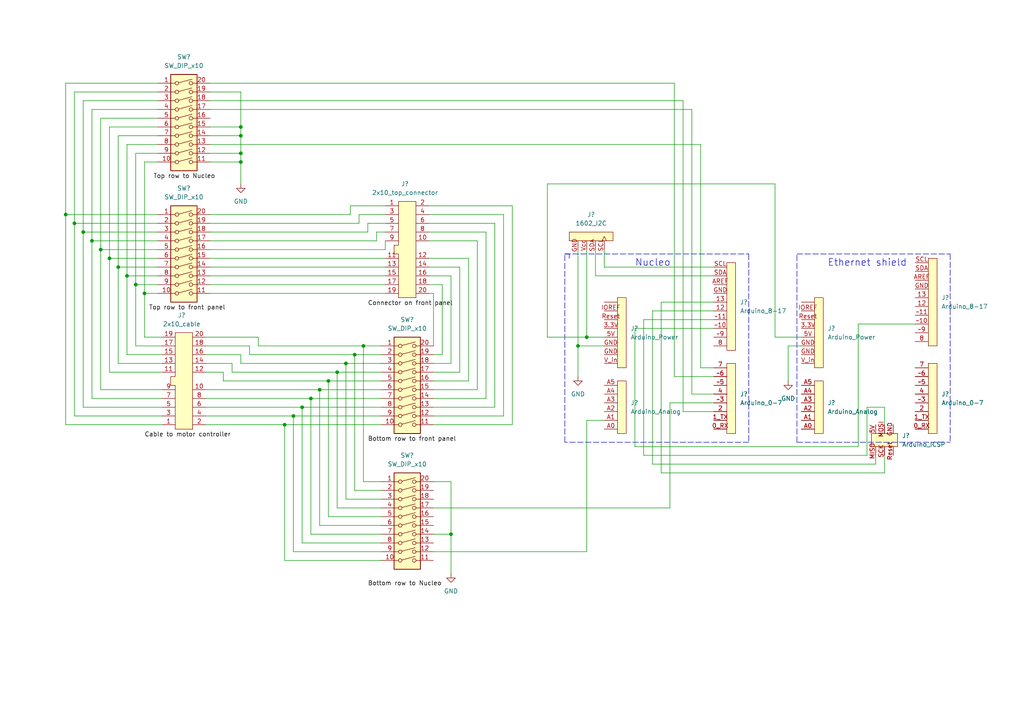
<source format=kicad_sch>
(kicad_sch (version 20211123) (generator eeschema)
  (paper "A4")
  (lib_symbols
    (symbol "Switch:SW_DIP_x10" (pin_names (offset 0) hide)
      (property "Reference" "SW" (at 0 16.51 0))
      (property "Value" "SW_DIP_x10" (at 0 -13.97 0))
      (symbol "SW_DIP_x10_0_0"
        (circle (center -2.032 -10.16) (radius 0.508))
        (circle (center -2.032 -7.62) (radius 0.508))
        (circle (center -2.032 -5.08) (radius 0.508))
        (circle (center -2.032 -2.54) (radius 0.508))
        (circle (center -2.032 0) (radius 0.508))
        (circle (center -2.032 2.54) (radius 0.508))
        (circle (center -2.032 5.08) (radius 0.508))
        (circle (center -2.032 7.62) (radius 0.508))
        (circle (center -2.032 10.16) (radius 0.508))
        (circle (center -2.032 12.7) (radius 0.508))
        (polyline (pts (xy -1.524 -10.0076) (xy 2.3622 -8.9662)))
        (polyline (pts (xy -1.524 -7.4676) (xy 2.3622 -6.4262)))
        (polyline (pts (xy -1.524 -4.9276) (xy 2.3622 -3.8862)))
        (polyline (pts (xy -1.524 -2.3876) (xy 2.3622 -1.3462)))
        (polyline (pts (xy -1.524 0.127) (xy 2.3622 1.1684)))
        (polyline (pts (xy -1.524 2.667) (xy 2.3622 3.7084)))
        (polyline (pts (xy -1.524 5.207) (xy 2.3622 6.2484)))
        (polyline (pts (xy -1.524 7.747) (xy 2.3622 8.7884)))
        (polyline (pts (xy -1.524 10.287) (xy 2.3622 11.3284)))
        (polyline (pts (xy -1.524 12.827) (xy 2.3622 13.8684)))
        (circle (center 2.032 -10.16) (radius 0.508))
        (circle (center 2.032 -7.62) (radius 0.508))
        (circle (center 2.032 -5.08) (radius 0.508))
        (circle (center 2.032 -2.54) (radius 0.508))
        (circle (center 2.032 0) (radius 0.508))
        (circle (center 2.032 2.54) (radius 0.508))
        (circle (center 2.032 5.08) (radius 0.508))
        (circle (center 2.032 7.62) (radius 0.508))
        (circle (center 2.032 10.16) (radius 0.508))
        (circle (center 2.032 12.7) (radius 0.508))
      )
      (symbol "SW_DIP_x10_0_1"
        (rectangle (start -3.81 15.24) (end 3.81 -12.7) (stroke (width 0.254)) (fill (type background)))
      )
      (symbol "SW_DIP_x10_1_1"
        (pin passive line (at -7.62 12.7 0) (length 5.08) (name "~") (number "1"))
        (pin passive line (at -7.62 -10.16 0) (length 5.08) (name "~") (number "10"))
        (pin passive line (at 7.62 -10.16 180) (length 5.08) (name "~") (number "11"))
        (pin passive line (at 7.62 -7.62 180) (length 5.08) (name "~") (number "12"))
        (pin passive line (at 7.62 -5.08 180) (length 5.08) (name "~") (number "13"))
        (pin passive line (at 7.62 -2.54 180) (length 5.08) (name "~") (number "14"))
        (pin passive line (at 7.62 0 180) (length 5.08) (name "~") (number "15"))
        (pin passive line (at 7.62 2.54 180) (length 5.08) (name "~") (number "16"))
        (pin passive line (at 7.62 5.08 180) (length 5.08) (name "~") (number "17"))
        (pin passive line (at 7.62 7.62 180) (length 5.08) (name "~") (number "18"))
        (pin passive line (at 7.62 10.16 180) (length 5.08) (name "~") (number "19"))
        (pin passive line (at -7.62 10.16 0) (length 5.08) (name "~") (number "2"))
        (pin passive line (at 7.62 12.7 180) (length 5.08) (name "~") (number "20"))
        (pin passive line (at -7.62 7.62 0) (length 5.08) (name "~") (number "3"))
        (pin passive line (at -7.62 5.08 0) (length 5.08) (name "~") (number "4"))
        (pin passive line (at -7.62 2.54 0) (length 5.08) (name "~") (number "5"))
        (pin passive line (at -7.62 0 0) (length 5.08) (name "~") (number "6"))
        (pin passive line (at -7.62 -2.54 0) (length 5.08) (name "~") (number "7"))
        (pin passive line (at -7.62 -5.08 0) (length 5.08) (name "~") (number "8"))
        (pin passive line (at -7.62 -7.62 0) (length 5.08) (name "~") (number "9"))
      )
    )
    (symbol "Treadmill:1602_I2C" (pin_names hide)
      (property "Reference" "J" (at 7.62 0 0))
      (property "Value" "1602_I2C" (at 0 2.54 0))
      (symbol "1602_I2C_0_1"
        (rectangle (start -6.35 -1.27) (end 6.35 1.27) (fill (type background)))
      )
      (symbol "1602_I2C_1_1"
        (pin passive line (at -3.81 -3.81 90) (length 2.54) (name "GND") (number "GND"))
        (pin passive clock (at 3.81 -3.81 90) (length 2.54) (name "SCL") (number "SCL"))
        (pin passive line (at 1.27 -3.81 90) (length 2.54) (name "SDA") (number "SDA"))
        (pin power_in line (at -1.27 -3.81 90) (length 2.54) (name "Vcc") (number "Vcc"))
      )
    )
    (symbol "Treadmill:2x10_cable" (pin_names (offset 1.016) hide)
      (property "Reference" "J" (at 0 16.51 0))
      (property "Value" "2x10_cable" (at 0 -16.51 0))
      (symbol "2x10_cable_0_1"
        (polyline (pts (xy -3.81 1.27) (xy -3.81 -1.27) (xy -2.54 -1.27) (xy -2.54 -13.97) (xy 2.54 -13.97) (xy 2.54 13.97) (xy -2.54 13.97) (xy -2.54 1.27) (xy -3.81 1.27)) (fill (type background)))
      )
      (symbol "2x10_cable_1_1"
        (pin passive line (at -6.35 -12.7 0) (length 3.81) (name "Pin_1") (number "1"))
        (pin passive line (at 6.35 -2.54 180) (length 3.81) (name "Pin_10") (number "10"))
        (pin passive line (at -6.35 2.54 0) (length 3.81) (name "Pin_11") (number "11"))
        (pin passive line (at 6.35 2.54 180) (length 3.81) (name "Pin_12") (number "12"))
        (pin passive line (at -6.35 5.08 0) (length 3.81) (name "Pin_13") (number "13"))
        (pin passive line (at 6.35 5.08 180) (length 3.81) (name "Pin_14") (number "14"))
        (pin passive line (at -6.35 7.62 0) (length 3.81) (name "Pin_15") (number "15"))
        (pin passive line (at 6.35 7.62 180) (length 3.81) (name "Pin_16") (number "16"))
        (pin passive line (at -6.35 10.16 0) (length 3.81) (name "Pin_17") (number "17"))
        (pin passive line (at 6.35 10.16 180) (length 3.81) (name "Pin_18") (number "18"))
        (pin passive line (at -6.35 12.7 0) (length 3.81) (name "Pin_19") (number "19"))
        (pin passive line (at 6.35 -12.7 180) (length 3.81) (name "Pin_2") (number "2"))
        (pin passive line (at 6.35 12.7 180) (length 3.81) (name "Pin_20") (number "20"))
        (pin passive line (at -6.35 -10.16 0) (length 3.81) (name "Pin_3") (number "3"))
        (pin passive line (at 6.35 -10.16 180) (length 3.81) (name "Pin_4") (number "4"))
        (pin passive line (at -6.35 -7.62 0) (length 3.81) (name "Pin_5") (number "5"))
        (pin passive line (at 6.35 -7.62 180) (length 3.81) (name "Pin_6") (number "6"))
        (pin passive line (at -6.35 -5.08 0) (length 3.81) (name "Pin_7") (number "7"))
        (pin passive line (at 6.35 -5.08 180) (length 3.81) (name "Pin_8") (number "8"))
        (pin passive line (at -6.35 -2.54 0) (length 3.81) (name "Pin_9") (number "9"))
      )
    )
    (symbol "Treadmill:2x10_top_connector" (pin_names hide)
      (property "Reference" "J" (at 0 15.875 0))
      (property "Value" "2x10_top_connector" (at 0 -16.51 0))
      (symbol "2x10_top_connector_0_1"
        (polyline (pts (xy -3.81 1.27) (xy -3.81 -1.27) (xy -2.54 -1.27) (xy -2.54 -13.97) (xy 2.54 -13.97) (xy 2.54 13.97) (xy -2.54 13.97) (xy -2.54 1.27) (xy -3.81 1.27)) (fill (type background)))
      )
      (symbol "2x10_top_connector_1_1"
        (pin passive line (at -6.35 12.7 0) (length 3.81) (name "Pin_1") (number "1"))
        (pin passive line (at 6.35 2.54 180) (length 3.81) (name "Pin_10") (number "10"))
        (pin passive line (at -6.35 -2.54 0) (length 3.81) (name "Pin_11") (number "11"))
        (pin passive line (at 6.35 -2.54 180) (length 3.81) (name "Pin_12") (number "12"))
        (pin passive line (at -6.35 -5.08 0) (length 3.81) (name "Pin_13") (number "13"))
        (pin passive line (at 6.35 -5.08 180) (length 3.81) (name "Pin_14") (number "14"))
        (pin passive line (at -6.35 -7.62 0) (length 3.81) (name "Pin_15") (number "15"))
        (pin passive line (at 6.35 -7.62 180) (length 3.81) (name "Pin_16") (number "16"))
        (pin passive line (at -6.35 -10.16 0) (length 3.81) (name "Pin_17") (number "17"))
        (pin passive line (at 6.35 -10.16 180) (length 3.81) (name "Pin_18") (number "18"))
        (pin passive line (at -6.35 -12.7 0) (length 3.81) (name "Pin_19") (number "19"))
        (pin passive line (at 6.35 12.7 180) (length 3.81) (name "Pin_2") (number "2"))
        (pin passive line (at 6.35 -12.7 180) (length 3.81) (name "Pin_20") (number "20"))
        (pin passive line (at -6.35 10.16 0) (length 3.81) (name "Pin_3") (number "3"))
        (pin passive line (at 6.35 10.16 180) (length 3.81) (name "Pin_4") (number "4"))
        (pin passive line (at -6.35 7.62 0) (length 3.81) (name "Pin_5") (number "5"))
        (pin passive line (at 6.35 7.62 180) (length 3.81) (name "Pin_6") (number "6"))
        (pin passive line (at -6.35 5.08 0) (length 3.81) (name "Pin_7") (number "7"))
        (pin passive line (at 6.35 5.08 180) (length 3.81) (name "Pin_8") (number "8"))
        (pin passive line (at -6.35 2.54 0) (length 3.81) (name "Pin_9") (number "9"))
      )
    )
    (symbol "Treadmill:Arduino_0-7" (pin_names hide)
      (property "Reference" "J" (at 0 11.43 0))
      (property "Value" "Arduino_0-7" (at 0 -11.43 0))
      (symbol "Arduino_0-7_0_1"
        (rectangle (start -1.27 10.16) (end 1.27 -10.16) (fill (type background)))
      )
      (symbol "Arduino_0-7_1_1"
        (pin passive line (at -5.08 -8.89 0) (length 3.81) (name "Pin_0") (number "0_RX"))
        (pin passive line (at -5.08 -6.35 0) (length 3.81) (name "Pin_1") (number "1_TX"))
        (pin passive line (at -5.08 -3.81 0) (length 3.81) (name "Pin_2") (number "2"))
        (pin passive line (at -5.08 1.27 0) (length 3.81) (name "Pin_4") (number "4"))
        (pin passive line (at -5.08 8.89 0) (length 3.81) (name "Pin_7") (number "7"))
        (pin passive line (at -5.08 -1.27 0) (length 3.81) (name "Pin_3") (number "~3"))
        (pin passive line (at -5.08 3.81 0) (length 3.81) (name "Pin_5") (number "~5"))
        (pin passive line (at -5.08 6.35 0) (length 3.81) (name "Pin_6") (number "~6"))
      )
    )
    (symbol "Treadmill:Arduino_8-17" (pin_names hide)
      (property "Reference" "J" (at 0 13.97 0))
      (property "Value" "Arduino_8-17" (at -1.27 -13.97 0))
      (symbol "Arduino_8-17_0_1"
        (rectangle (start -1.27 12.7) (end 1.27 -12.7) (fill (type background)))
      )
      (symbol "Arduino_8-17_1_1"
        (pin passive line (at -5.08 -1.27 0) (length 3.81) (name "Pin_12") (number "12"))
        (pin passive line (at -5.08 1.27 0) (length 3.81) (name "Pin_13") (number "13"))
        (pin passive line (at -5.08 -11.43 0) (length 3.81) (name "Pin_8") (number "8"))
        (pin passive line (at -5.08 6.35 0) (length 3.81) (name "Pin_15") (number "AREF"))
        (pin passive line (at -5.08 3.81 0) (length 3.81) (name "Pin_14") (number "GND"))
        (pin passive line (at -5.08 11.43 0) (length 3.81) (name "Pin_17") (number "SCL"))
        (pin passive line (at -5.08 8.89 0) (length 3.81) (name "Pin_16") (number "SDA"))
        (pin passive line (at -5.08 -6.35 0) (length 3.81) (name "Pin_10") (number "~10"))
        (pin passive line (at -5.08 -3.81 0) (length 3.81) (name "Pin_11") (number "~11"))
        (pin passive line (at -5.08 -8.89 0) (length 3.81) (name "Pin_9") (number "~9"))
      )
    )
    (symbol "Treadmill:Arduino_Analog" (pin_names hide)
      (property "Reference" "J" (at 0 8.89 0))
      (property "Value" "Arduino_Analog" (at 0 -10.16 0))
      (symbol "Arduino_Analog_0_1"
        (rectangle (start -1.27 7.62) (end 1.27 -7.62) (fill (type background)))
      )
      (symbol "Arduino_Analog_1_1"
        (pin passive line (at -5.08 -6.35 0) (length 3.81) (name "Pin_A0") (number "A0"))
        (pin passive line (at -5.08 -3.81 0) (length 3.81) (name "Pin_A1") (number "A1"))
        (pin passive line (at -5.08 -1.27 0) (length 3.81) (name "Pin_A2") (number "A2"))
        (pin passive line (at -5.08 1.27 0) (length 3.81) (name "Pin_A3") (number "A3"))
        (pin passive line (at -5.08 3.81 0) (length 3.81) (name "Pin_A4") (number "A4"))
        (pin passive line (at -5.08 6.35 0) (length 3.81) (name "Pin_A5") (number "A5"))
      )
    )
    (symbol "Treadmill:Arduino_ICSP" (pin_names hide)
      (property "Reference" "J" (at -5.08 0 0))
      (property "Value" "Arduino_ICSP" (at 5.08 0 90))
      (symbol "Arduino_ICSP_0_1"
        (rectangle (start -3.81 -1.27) (end 3.81 2.54) (fill (type background)))
      )
      (symbol "Arduino_ICSP_1_1"
        (pin power_out line (at -2.54 5.08 270) (length 2.54) (name "5V") (number "5V"))
        (pin passive line (at 2.54 5.08 270) (length 2.54) (name "GND") (number "GND"))
        (pin passive line (at -2.54 -3.81 90) (length 2.54) (name "MISO") (number "MISO"))
        (pin passive line (at 0 5.08 270) (length 2.54) (name "MOSI") (number "MOSI"))
        (pin passive line (at 2.54 -3.81 90) (length 2.54) (name "Reset") (number "Reset"))
        (pin passive line (at 0 -3.81 90) (length 2.54) (name "SCK") (number "SCK"))
      )
    )
    (symbol "Treadmill:Arduino_Power" (pin_names hide)
      (property "Reference" "J" (at 0 11.43 0))
      (property "Value" "Arduino_Power" (at 0 -11.43 0))
      (symbol "Arduino_Power_0_1"
        (rectangle (start -1.27 10.16) (end 1.27 -10.16) (fill (type background)))
      )
      (symbol "Arduino_Power_1_1"
        (pin passive line (at -5.08 8.89 0) (length 3.81) (name "?") (number ""))
        (pin power_out line (at -5.08 1.27 0) (length 3.81) (name "3.3V") (number "3.3V"))
        (pin power_out line (at -5.08 -1.27 0) (length 3.81) (name "5V") (number "5V"))
        (pin passive line (at -5.08 -6.35 0) (length 3.81) (name "GND1") (number "GND"))
        (pin passive line (at -5.08 -3.81 0) (length 3.81) (name "GND2") (number "GND"))
        (pin passive line (at -5.08 6.35 0) (length 3.81) (name "IOREF") (number "IOREF"))
        (pin passive line (at -5.08 3.81 0) (length 3.81) (name "Reset") (number "Reset"))
        (pin power_in line (at -5.08 -8.89 0) (length 3.81) (name "V_in") (number "V_in"))
      )
    )
    (symbol "power:GND" (power) (pin_names (offset 0))
      (property "Value" "GND" (at 0 -3.81 0))
      (symbol "GND_0_1"
        (polyline (pts (xy 0 0) (xy 0 -1.27) (xy 1.27 -1.27) (xy 0 -2.54) (xy -1.27 -1.27) (xy 0 -1.27)))
      )
      (symbol "GND_1_1"
        (pin power_in line (at 0 0 270) (length 0) hide (name "GND") (number "1"))
      )
    )
  )
  (junction (at 31.75 74.93))
  (junction (at 69.85 39.37))
  (junction (at 41.91 85.09))
  (junction (at 29.21 72.39))
  (junction (at 90.17 115.57))
  (junction (at 36.83 80.01))
  (junction (at 87.63 118.11))
  (junction (at 69.85 36.83))
  (junction (at 26.67 69.85))
  (junction (at 92.71 113.03))
  (junction (at 130.81 154.94))
  (junction (at 21.59 64.77))
  (junction (at 102.87 102.87))
  (junction (at 85.09 120.65))
  (junction (at 82.55 123.19))
  (junction (at 39.37 82.55))
  (junction (at 167.64 100.33))
  (junction (at 19.05 62.23))
  (junction (at 34.29 77.47))
  (junction (at 105.41 100.33))
  (junction (at 24.13 67.31))
  (junction (at 95.25 110.49))
  (junction (at 69.85 44.45))
  (junction (at 100.33 105.41))
  (junction (at 170.18 97.79))
  (junction (at 97.79 107.95))
  (junction (at 69.85 46.99))
  (wire (pts (xy 60.96 74.93) (xy 111.76 74.93)))
  (wire (pts (xy 60.96 26.67) (xy 69.85 26.67)))
  (wire (pts (xy 36.83 80.01) (xy 45.72 80.01)))
  (wire (pts (xy 125.73 100.33) (xy 125.73 85.09)))
  (wire (pts (xy 60.96 85.09) (xy 111.76 85.09)))
  (wire (pts (xy 124.46 59.69) (xy 148.59 59.69)))
  (wire (pts (xy 101.6 62.23) (xy 101.6 59.69)))
  (wire (pts (xy 60.96 44.45) (xy 69.85 44.45)))
  (wire (pts (xy 69.85 39.37) (xy 69.85 44.45)))
  (wire (pts (xy 148.59 59.69) (xy 148.59 123.19)))
  (wire (pts (xy 198.12 119.38) (xy 207.01 119.38)))
  (wire (pts (xy 110.49 157.48) (xy 87.63 157.48)))
  (wire (pts (xy 125.73 160.02) (xy 170.18 160.02)))
  (wire (pts (xy 184.15 95.25) (xy 184.15 129.54)))
  (wire (pts (xy 110.49 154.94) (xy 90.17 154.94)))
  (wire (pts (xy 172.72 80.01) (xy 207.01 80.01)))
  (wire (pts (xy 21.59 64.77) (xy 21.59 26.67)))
  (wire (pts (xy 19.05 123.19) (xy 19.05 62.23)))
  (wire (pts (xy 224.79 97.79) (xy 224.79 53.34)))
  (wire (pts (xy 64.77 107.95) (xy 64.77 110.49)))
  (wire (pts (xy 95.25 110.49) (xy 110.49 110.49)))
  (wire (pts (xy 26.67 69.85) (xy 26.67 31.75)))
  (wire (pts (xy 140.97 115.57) (xy 140.97 67.31)))
  (polyline (pts (xy 217.17 73.66) (xy 217.17 128.27)))
  (wire (pts (xy 29.21 113.03) (xy 29.21 72.39)))
  (wire (pts (xy 69.85 36.83) (xy 69.85 39.37)))
  (wire (pts (xy 46.99 100.33) (xy 39.37 100.33)))
  (wire (pts (xy 186.69 132.08) (xy 186.69 92.71)))
  (wire (pts (xy 143.51 118.11) (xy 125.73 118.11)))
  (wire (pts (xy 97.79 147.32) (xy 97.79 107.95)))
  (wire (pts (xy 72.39 100.33) (xy 72.39 102.87)))
  (wire (pts (xy 69.85 26.67) (xy 69.85 36.83)))
  (wire (pts (xy 74.93 97.79) (xy 74.93 100.33)))
  (wire (pts (xy 133.35 77.47) (xy 124.46 77.47)))
  (wire (pts (xy 203.2 41.91) (xy 203.2 106.68)))
  (wire (pts (xy 60.96 72.39) (xy 111.76 72.39)))
  (wire (pts (xy 46.99 118.11) (xy 24.13 118.11)))
  (wire (pts (xy 60.96 80.01) (xy 111.76 80.01)))
  (wire (pts (xy 256.54 118.11) (xy 251.46 118.11)))
  (wire (pts (xy 82.55 162.56) (xy 82.55 123.19)))
  (polyline (pts (xy 275.59 73.66) (xy 275.59 128.27)))
  (wire (pts (xy 148.59 123.19) (xy 125.73 123.19)))
  (wire (pts (xy 203.2 106.68) (xy 207.01 106.68)))
  (wire (pts (xy 109.22 69.85) (xy 109.22 67.31)))
  (wire (pts (xy 39.37 44.45) (xy 45.72 44.45)))
  (wire (pts (xy 59.69 105.41) (xy 67.31 105.41)))
  (wire (pts (xy 92.71 113.03) (xy 110.49 113.03)))
  (wire (pts (xy 46.99 102.87) (xy 36.83 102.87)))
  (wire (pts (xy 29.21 72.39) (xy 29.21 34.29)))
  (polyline (pts (xy 217.17 128.27) (xy 163.83 128.27)))
  (wire (pts (xy 59.69 115.57) (xy 90.17 115.57)))
  (wire (pts (xy 207.01 95.25) (xy 184.15 95.25)))
  (wire (pts (xy 130.81 105.41) (xy 130.81 80.01)))
  (wire (pts (xy 167.64 100.33) (xy 167.64 109.22)))
  (wire (pts (xy 41.91 85.09) (xy 41.91 46.99)))
  (wire (pts (xy 59.69 113.03) (xy 92.71 113.03)))
  (wire (pts (xy 26.67 115.57) (xy 26.67 69.85)))
  (wire (pts (xy 60.96 41.91) (xy 203.2 41.91)))
  (wire (pts (xy 59.69 120.65) (xy 85.09 120.65)))
  (polyline (pts (xy 231.14 73.66) (xy 275.59 73.66)))
  (wire (pts (xy 24.13 67.31) (xy 24.13 29.21)))
  (wire (pts (xy 36.83 41.91) (xy 45.72 41.91)))
  (wire (pts (xy 256.54 132.08) (xy 256.54 137.16)))
  (wire (pts (xy 97.79 107.95) (xy 110.49 107.95)))
  (wire (pts (xy 101.6 59.69) (xy 111.76 59.69)))
  (wire (pts (xy 110.49 162.56) (xy 82.55 162.56)))
  (wire (pts (xy 34.29 105.41) (xy 34.29 77.47)))
  (wire (pts (xy 60.96 39.37) (xy 69.85 39.37)))
  (wire (pts (xy 46.99 107.95) (xy 31.75 107.95)))
  (wire (pts (xy 256.54 137.16) (xy 191.77 137.16)))
  (wire (pts (xy 60.96 29.21) (xy 198.12 29.21)))
  (wire (pts (xy 34.29 77.47) (xy 45.72 77.47)))
  (wire (pts (xy 26.67 69.85) (xy 45.72 69.85)))
  (wire (pts (xy 175.26 77.47) (xy 207.01 77.47)))
  (wire (pts (xy 46.99 105.41) (xy 34.29 105.41)))
  (wire (pts (xy 125.73 147.32) (xy 194.31 147.32)))
  (wire (pts (xy 60.96 62.23) (xy 101.6 62.23)))
  (wire (pts (xy 39.37 82.55) (xy 45.72 82.55)))
  (wire (pts (xy 124.46 64.77) (xy 143.51 64.77)))
  (wire (pts (xy 158.75 53.34) (xy 158.75 97.79)))
  (wire (pts (xy 143.51 64.77) (xy 143.51 118.11)))
  (wire (pts (xy 59.69 97.79) (xy 74.93 97.79)))
  (wire (pts (xy 21.59 64.77) (xy 45.72 64.77)))
  (wire (pts (xy 46.99 123.19) (xy 19.05 123.19)))
  (wire (pts (xy 146.05 62.23) (xy 124.46 62.23)))
  (wire (pts (xy 69.85 102.87) (xy 69.85 105.41)))
  (wire (pts (xy 128.27 82.55) (xy 124.46 82.55)))
  (wire (pts (xy 85.09 120.65) (xy 110.49 120.65)))
  (wire (pts (xy 24.13 67.31) (xy 45.72 67.31)))
  (wire (pts (xy 21.59 26.67) (xy 45.72 26.67)))
  (wire (pts (xy 207.01 116.84) (xy 194.31 116.84)))
  (wire (pts (xy 135.89 110.49) (xy 135.89 74.93)))
  (wire (pts (xy 184.15 129.54) (xy 248.92 129.54)))
  (wire (pts (xy 106.68 64.77) (xy 111.76 64.77)))
  (wire (pts (xy 46.99 97.79) (xy 41.91 97.79)))
  (polyline (pts (xy 163.83 128.27) (xy 163.83 73.66)))
  (wire (pts (xy 191.77 137.16) (xy 191.77 87.63)))
  (polyline (pts (xy 163.83 73.66) (xy 217.17 73.66)))
  (wire (pts (xy 104.14 64.77) (xy 104.14 62.23)))
  (wire (pts (xy 125.73 105.41) (xy 130.81 105.41)))
  (wire (pts (xy 248.92 129.54) (xy 248.92 93.98)))
  (wire (pts (xy 224.79 53.34) (xy 158.75 53.34)))
  (wire (pts (xy 191.77 87.63) (xy 207.01 87.63)))
  (wire (pts (xy 110.49 142.24) (xy 102.87 142.24)))
  (wire (pts (xy 24.13 118.11) (xy 24.13 67.31)))
  (wire (pts (xy 248.92 93.98) (xy 265.43 93.98)))
  (wire (pts (xy 19.05 62.23) (xy 19.05 24.13)))
  (wire (pts (xy 130.81 154.94) (xy 130.81 166.37)))
  (wire (pts (xy 67.31 105.41) (xy 67.31 107.95)))
  (wire (pts (xy 110.49 144.78) (xy 100.33 144.78)))
  (wire (pts (xy 130.81 139.7) (xy 130.81 154.94)))
  (wire (pts (xy 130.81 80.01) (xy 124.46 80.01)))
  (wire (pts (xy 254 132.08) (xy 254 134.62)))
  (wire (pts (xy 29.21 34.29) (xy 45.72 34.29)))
  (wire (pts (xy 59.69 118.11) (xy 87.63 118.11)))
  (wire (pts (xy 100.33 105.41) (xy 110.49 105.41)))
  (wire (pts (xy 125.73 110.49) (xy 135.89 110.49)))
  (wire (pts (xy 125.73 113.03) (xy 138.43 113.03)))
  (wire (pts (xy 90.17 115.57) (xy 110.49 115.57)))
  (wire (pts (xy 194.31 116.84) (xy 194.31 147.32)))
  (wire (pts (xy 109.22 67.31) (xy 111.76 67.31)))
  (wire (pts (xy 39.37 100.33) (xy 39.37 82.55)))
  (wire (pts (xy 59.69 100.33) (xy 72.39 100.33)))
  (wire (pts (xy 232.41 97.79) (xy 224.79 97.79)))
  (wire (pts (xy 128.27 102.87) (xy 128.27 82.55)))
  (wire (pts (xy 125.73 139.7) (xy 130.81 139.7)))
  (wire (pts (xy 198.12 29.21) (xy 198.12 119.38)))
  (wire (pts (xy 64.77 110.49) (xy 95.25 110.49)))
  (polyline (pts (xy 231.14 128.27) (xy 275.59 128.27)))
  (wire (pts (xy 59.69 123.19) (xy 82.55 123.19)))
  (wire (pts (xy 125.73 120.65) (xy 146.05 120.65)))
  (wire (pts (xy 195.58 24.13) (xy 195.58 109.22)))
  (wire (pts (xy 46.99 120.65) (xy 21.59 120.65)))
  (wire (pts (xy 110.49 160.02) (xy 85.09 160.02)))
  (wire (pts (xy 41.91 97.79) (xy 41.91 85.09)))
  (wire (pts (xy 251.46 132.08) (xy 186.69 132.08)))
  (wire (pts (xy 104.14 62.23) (xy 111.76 62.23)))
  (wire (pts (xy 200.66 114.3) (xy 207.01 114.3)))
  (wire (pts (xy 46.99 113.03) (xy 29.21 113.03)))
  (wire (pts (xy 46.99 115.57) (xy 26.67 115.57)))
  (wire (pts (xy 41.91 46.99) (xy 45.72 46.99)))
  (wire (pts (xy 67.31 107.95) (xy 97.79 107.95)))
  (polyline (pts (xy 163.83 73.66) (xy 165.1 73.66)))
  (wire (pts (xy 146.05 120.65) (xy 146.05 62.23)))
  (wire (pts (xy 60.96 77.47) (xy 111.76 77.47)))
  (wire (pts (xy 158.75 97.79) (xy 170.18 97.79)))
  (wire (pts (xy 69.85 44.45) (xy 69.85 46.99)))
  (wire (pts (xy 60.96 24.13) (xy 195.58 24.13)))
  (polyline (pts (xy 165.1 73.66) (xy 165.1 74.93)))
  (wire (pts (xy 110.49 147.32) (xy 97.79 147.32)))
  (wire (pts (xy 167.64 100.33) (xy 175.26 100.33)))
  (wire (pts (xy 60.96 31.75) (xy 200.66 31.75)))
  (wire (pts (xy 60.96 67.31) (xy 106.68 67.31)))
  (wire (pts (xy 105.41 100.33) (xy 110.49 100.33)))
  (wire (pts (xy 34.29 77.47) (xy 34.29 39.37)))
  (wire (pts (xy 170.18 72.39) (xy 170.18 97.79)))
  (wire (pts (xy 95.25 149.86) (xy 95.25 110.49)))
  (wire (pts (xy 19.05 62.23) (xy 45.72 62.23)))
  (wire (pts (xy 167.64 72.39) (xy 167.64 100.33)))
  (wire (pts (xy 39.37 82.55) (xy 39.37 44.45)))
  (wire (pts (xy 124.46 69.85) (xy 138.43 69.85)))
  (wire (pts (xy 186.69 92.71) (xy 207.01 92.71)))
  (wire (pts (xy 41.91 85.09) (xy 45.72 85.09)))
  (wire (pts (xy 69.85 105.41) (xy 100.33 105.41)))
  (wire (pts (xy 74.93 100.33) (xy 105.41 100.33)))
  (wire (pts (xy 130.81 154.94) (xy 125.73 154.94)))
  (wire (pts (xy 175.26 72.39) (xy 175.26 77.47)))
  (wire (pts (xy 26.67 31.75) (xy 45.72 31.75)))
  (wire (pts (xy 82.55 123.19) (xy 110.49 123.19)))
  (wire (pts (xy 170.18 97.79) (xy 175.26 97.79)))
  (wire (pts (xy 133.35 107.95) (xy 133.35 77.47)))
  (wire (pts (xy 228.6 110.49) (xy 228.6 100.33)))
  (wire (pts (xy 69.85 46.99) (xy 69.85 53.34)))
  (wire (pts (xy 31.75 107.95) (xy 31.75 74.93)))
  (wire (pts (xy 254 134.62) (xy 189.23 134.62)))
  (wire (pts (xy 24.13 29.21) (xy 45.72 29.21)))
  (wire (pts (xy 105.41 139.7) (xy 105.41 100.33)))
  (wire (pts (xy 59.69 102.87) (xy 69.85 102.87)))
  (wire (pts (xy 189.23 90.17) (xy 207.01 90.17)))
  (wire (pts (xy 60.96 64.77) (xy 104.14 64.77)))
  (wire (pts (xy 125.73 107.95) (xy 133.35 107.95)))
  (wire (pts (xy 256.54 123.19) (xy 256.54 118.11)))
  (wire (pts (xy 228.6 100.33) (xy 232.41 100.33)))
  (wire (pts (xy 34.29 39.37) (xy 45.72 39.37)))
  (wire (pts (xy 36.83 80.01) (xy 36.83 41.91)))
  (wire (pts (xy 125.73 85.09) (xy 124.46 85.09)))
  (wire (pts (xy 19.05 24.13) (xy 45.72 24.13)))
  (wire (pts (xy 60.96 46.99) (xy 69.85 46.99)))
  (wire (pts (xy 135.89 74.93) (xy 124.46 74.93)))
  (wire (pts (xy 138.43 69.85) (xy 138.43 113.03)))
  (wire (pts (xy 29.21 72.39) (xy 45.72 72.39)))
  (wire (pts (xy 60.96 69.85) (xy 109.22 69.85)))
  (wire (pts (xy 102.87 102.87) (xy 110.49 102.87)))
  (wire (pts (xy 59.69 107.95) (xy 64.77 107.95)))
  (wire (pts (xy 110.49 139.7) (xy 105.41 139.7)))
  (wire (pts (xy 125.73 115.57) (xy 140.97 115.57)))
  (wire (pts (xy 100.33 105.41) (xy 100.33 144.78)))
  (wire (pts (xy 92.71 152.4) (xy 92.71 113.03)))
  (polyline (pts (xy 231.14 128.27) (xy 231.14 73.66)))
  (wire (pts (xy 31.75 74.93) (xy 45.72 74.93)))
  (wire (pts (xy 189.23 134.62) (xy 189.23 90.17)))
  (wire (pts (xy 172.72 72.39) (xy 172.72 80.01)))
  (wire (pts (xy 31.75 36.83) (xy 45.72 36.83)))
  (wire (pts (xy 111.76 72.39) (xy 111.76 69.85)))
  (wire (pts (xy 110.49 149.86) (xy 95.25 149.86)))
  (wire (pts (xy 60.96 36.83) (xy 69.85 36.83)))
  (wire (pts (xy 36.83 102.87) (xy 36.83 80.01)))
  (wire (pts (xy 31.75 74.93) (xy 31.75 36.83)))
  (wire (pts (xy 87.63 118.11) (xy 110.49 118.11)))
  (wire (pts (xy 85.09 160.02) (xy 85.09 120.65)))
  (wire (pts (xy 170.18 160.02) (xy 170.18 121.92)))
  (wire (pts (xy 90.17 154.94) (xy 90.17 115.57)))
  (wire (pts (xy 195.58 109.22) (xy 207.01 109.22)))
  (wire (pts (xy 170.18 121.92) (xy 175.26 121.92)))
  (wire (pts (xy 110.49 152.4) (xy 92.71 152.4)))
  (wire (pts (xy 60.96 82.55) (xy 111.76 82.55)))
  (wire (pts (xy 124.46 67.31) (xy 140.97 67.31)))
  (wire (pts (xy 102.87 102.87) (xy 102.87 142.24)))
  (wire (pts (xy 21.59 120.65) (xy 21.59 64.77)))
  (wire (pts (xy 87.63 157.48) (xy 87.63 118.11)))
  (wire (pts (xy 106.68 67.31) (xy 106.68 64.77)))
  (wire (pts (xy 125.73 102.87) (xy 128.27 102.87)))
  (wire (pts (xy 251.46 118.11) (xy 251.46 132.08)))
  (wire (pts (xy 200.66 31.75) (xy 200.66 114.3)))
  (wire (pts (xy 72.39 102.87) (xy 102.87 102.87)))
  (text "Ethernet shield" (at 240.03 77.47 0) (effects (font (size 2 2)) (justify left bottom)))
  (text "Nucleo" (at 184.15 77.47 0) (effects (font (size 2 2)) (justify left bottom)))
  (label "Top row to front panel" (at 43.18 90.17 0))
  (label "Bottom row to Nucleo" (at 106.68 170.18 0))
  (label "Bottom row to front panel" (at 106.68 128.27 0))
  (label "Cable to motor controller" (at 41.91 127 0))
  (label "Top row to Nucleo" (at 44.45 52.07 0))
  (label "Connector on front panel" (at 106.68 88.9 0))
  (symbol (lib_id "Switch:SW_DIP_x10") (at 118.11 152.4 0) (unit 1)
    (property "Reference" "SW?" (at 118.11 132.08 0))
    (property "Value" "SW_DIP_x10" (at 118.11 134.62 0))
  )
  (symbol (lib_id "power:GND") (at 228.6 110.49 0) (unit 1)
    (property "Reference" "#PWR?" (effects hide))
    (property "Value" "GND" (at 228.6 115.57 0))
  )
  (symbol (lib_id "Treadmill:2x10_top_connector") (at 118.11 72.39 0) (unit 1)
    (property "Reference" "J?" (at 117.475 53.34 0))
    (property "Value" "2x10_top_connector" (at 117.475 55.88 0))
  )
  (symbol (lib_id "Switch:SW_DIP_x10") (at 53.34 36.83 0) (unit 1)
    (property "Reference" "SW?" (at 53.34 16.51 0))
    (property "Value" "SW_DIP_x10" (at 53.34 19.05 0))
  )
  (symbol (lib_id "Treadmill:1602_I2C") (at 171.45 68.58 0) (unit 1)
    (property "Reference" "J?" (at 171.45 62.23 0))
    (property "Value" "1602_I2C" (at 171.45 64.77 0))
  )
  (symbol (lib_id "Treadmill:Arduino_Analog") (at 180.34 118.11 0) (unit 1)
    (property "Reference" "J?" (at 182.88 116.8399 0) (effects (justify left)))
    (property "Value" "Arduino_Analog" (at 182.88 119.3799 0) (effects (justify left)))
  )
  (symbol (lib_id "Treadmill:Arduino_Power") (at 237.49 96.52 0) (unit 1)
    (property "Reference" "J?" (at 240.03 95.2499 0) (effects (justify left)))
    (property "Value" "Arduino_Power" (at 240.03 97.7899 0) (effects (justify left)))
  )
  (symbol (lib_id "Treadmill:Arduino_Power") (at 180.34 96.52 0) (unit 1)
    (property "Reference" "J?" (at 182.88 95.2499 0) (effects (justify left)))
    (property "Value" "Arduino_Power" (at 182.88 97.7899 0) (effects (justify left)))
  )
  (symbol (lib_id "power:GND") (at 167.64 109.22 0) (unit 1)
    (property "Reference" "#PWR?" (effects hide))
    (property "Value" "GND" (at 167.64 114.3 0))
  )
  (symbol (lib_id "Treadmill:Arduino_Analog") (at 237.49 118.11 0) (unit 1)
    (property "Reference" "J?" (at 240.03 116.8399 0) (effects (justify left)))
    (property "Value" "Arduino_Analog" (at 240.03 119.3799 0) (effects (justify left)))
  )
  (symbol (lib_id "Treadmill:Arduino_8-17") (at 270.51 87.63 0) (unit 1)
    (property "Reference" "J?" (at 273.05 86.3599 0) (effects (justify left)))
    (property "Value" "Arduino_8-17" (at 273.05 88.8999 0) (effects (justify left)))
  )
  (symbol (lib_id "Treadmill:Arduino_0-7") (at 212.09 115.57 0) (unit 1)
    (property "Reference" "J?" (at 214.63 114.2999 0) (effects (justify left)))
    (property "Value" "Arduino_0-7" (at 214.63 116.8399 0) (effects (justify left)))
  )
  (symbol (lib_id "power:GND") (at 69.85 53.34 0) (unit 1)
    (property "Reference" "#PWR?" (effects hide))
    (property "Value" "GND" (at 69.85 58.42 0))
  )
  (symbol (lib_id "power:GND") (at 130.81 166.37 0) (unit 1)
    (property "Reference" "#PWR?" (effects hide))
    (property "Value" "GND" (at 130.81 171.45 0))
  )
  (symbol (lib_id "Treadmill:Arduino_ICSP") (at 256.54 128.27 0) (unit 1)
    (property "Reference" "J?" (at 261.62 126.3649 0) (effects (justify left)))
    (property "Value" "Arduino_ICSP" (at 261.62 128.9049 0) (effects (justify left)))
  )
  (symbol (lib_id "Treadmill:2x10_cable") (at 53.34 110.49 0) (unit 1)
    (property "Reference" "J?" (at 52.705 91.44 0))
    (property "Value" "2x10_cable" (at 52.705 93.98 0))
  )
  (symbol (lib_id "Switch:SW_DIP_x10") (at 53.34 74.93 0) (unit 1)
    (property "Reference" "SW?" (at 53.34 54.61 0))
    (property "Value" "SW_DIP_x10" (at 53.34 57.15 0))
  )
  (symbol (lib_id "Treadmill:Arduino_8-17") (at 212.09 88.9 0) (unit 1)
    (property "Reference" "J?" (at 214.63 87.6299 0) (effects (justify left)))
    (property "Value" "Arduino_8-17" (at 214.63 90.1699 0) (effects (justify left)))
  )
  (symbol (lib_id "Switch:SW_DIP_x10") (at 118.11 113.03 0) (unit 1)
    (property "Reference" "SW?" (at 118.11 92.71 0))
    (property "Value" "SW_DIP_x10" (at 118.11 95.25 0))
  )
  (symbol (lib_id "Treadmill:Arduino_0-7") (at 270.51 115.57 0) (unit 1)
    (property "Reference" "J?" (at 273.05 114.2999 0) (effects (justify left)))
    (property "Value" "Arduino_0-7" (at 273.05 116.8399 0) (effects (justify left)))
  )
)
</source>
